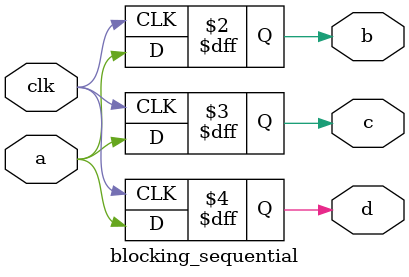
<source format=v>
module blocking_sequential (
    input wire clk,
    input wire a,
    output reg b, c, d
);
    always @(posedge clk) begin
        b = a;
        c = b; // c lấy giá trị mới của b
        d = c; // d lấy giá trị mới của c
    end
endmodule
</source>
